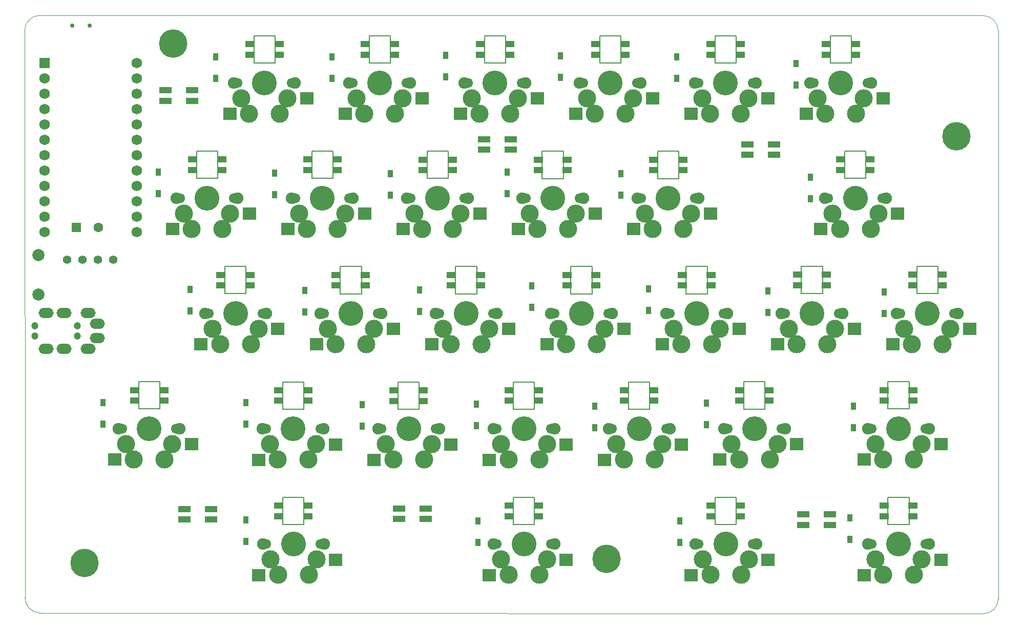
<source format=gbs>
G04 #@! TF.GenerationSoftware,KiCad,Pcbnew,(6.0.7)*
G04 #@! TF.CreationDate,2022-08-16T06:35:40+00:00*
G04 #@! TF.ProjectId,zzsplit-right,7a7a7370-6c69-4742-9d72-696768742e6b,rev?*
G04 #@! TF.SameCoordinates,Original*
G04 #@! TF.FileFunction,Soldermask,Bot*
G04 #@! TF.FilePolarity,Negative*
%FSLAX46Y46*%
G04 Gerber Fmt 4.6, Leading zero omitted, Abs format (unit mm)*
G04 Created by KiCad (PCBNEW (6.0.7)) date 2022-08-16 06:35:40*
%MOMM*%
%LPD*%
G01*
G04 APERTURE LIST*
G04 Aperture macros list*
%AMRoundRect*
0 Rectangle with rounded corners*
0 $1 Rounding radius*
0 $2 $3 $4 $5 $6 $7 $8 $9 X,Y pos of 4 corners*
0 Add a 4 corners polygon primitive as box body*
4,1,4,$2,$3,$4,$5,$6,$7,$8,$9,$2,$3,0*
0 Add four circle primitives for the rounded corners*
1,1,$1+$1,$2,$3*
1,1,$1+$1,$4,$5*
1,1,$1+$1,$6,$7*
1,1,$1+$1,$8,$9*
0 Add four rect primitives between the rounded corners*
20,1,$1+$1,$2,$3,$4,$5,0*
20,1,$1+$1,$4,$5,$6,$7,0*
20,1,$1+$1,$6,$7,$8,$9,0*
20,1,$1+$1,$8,$9,$2,$3,0*%
G04 Aperture macros list end*
G04 #@! TA.AperFunction,Profile*
%ADD10C,0.150000*%
G04 #@! TD*
G04 #@! TA.AperFunction,Profile*
%ADD11C,0.100000*%
G04 #@! TD*
%ADD12C,3.000000*%
%ADD13C,1.700000*%
%ADD14C,1.900000*%
%ADD15C,4.100000*%
%ADD16R,1.600000X1.000000*%
%ADD17R,2.300000X2.000000*%
%ADD18R,0.950000X1.300000*%
%ADD19R,2.000000X1.000000*%
%ADD20C,4.700000*%
%ADD21RoundRect,0.250000X-0.550000X-0.550000X0.550000X-0.550000X0.550000X0.550000X-0.550000X0.550000X0*%
%ADD22C,1.600000*%
%ADD23C,2.000000*%
%ADD24C,1.200000*%
%ADD25O,2.500000X1.700000*%
%ADD26C,1.397000*%
%ADD27R,1.752600X1.752600*%
%ADD28C,1.752600*%
%ADD29C,0.700000*%
G04 APERTURE END LIST*
D10*
X130560000Y-126630000D02*
X134060000Y-126630000D01*
X134060000Y-112070000D02*
X130560000Y-112070000D01*
X168670000Y-126640000D02*
X172170000Y-126640000D01*
D11*
X87924000Y-49490000D02*
X87964000Y-143250000D01*
D10*
X129320000Y-50370000D02*
X129320000Y-54870000D01*
X205540000Y-126630000D02*
X205540000Y-131130000D01*
D11*
X246333920Y-145889980D02*
X90464000Y-145750000D01*
D10*
X173460000Y-69460000D02*
X176960000Y-69460000D01*
X119820000Y-73940000D02*
X116320000Y-73940000D01*
X210290000Y-112060000D02*
X206790000Y-112060000D01*
X167410000Y-54890000D02*
X163910000Y-54890000D01*
X172170000Y-112070000D02*
X168670000Y-112070000D01*
X192520000Y-73960000D02*
X192520000Y-69460000D01*
X106750000Y-112050000D02*
X106750000Y-107550000D01*
X172170000Y-131140000D02*
X168670000Y-131140000D01*
X205520000Y-50390000D02*
X205520000Y-54890000D01*
X168670000Y-107570000D02*
X172170000Y-107570000D01*
X172170000Y-126640000D02*
X172170000Y-131140000D01*
X196020000Y-73960000D02*
X192520000Y-73960000D01*
X181690000Y-88510000D02*
X181690000Y-93010000D01*
X153130000Y-107580000D02*
X153130000Y-112080000D01*
X202020000Y-54890000D02*
X202020000Y-50390000D01*
X124520000Y-93000000D02*
X121020000Y-93000000D01*
X178190000Y-93010000D02*
X178190000Y-88510000D01*
D11*
X90424000Y-46990000D02*
G75*
G03*
X87924000Y-49490000I0J-2500000D01*
G01*
D10*
X219800000Y-92990000D02*
X216300000Y-92990000D01*
X202020000Y-50390000D02*
X205520000Y-50390000D01*
X134060000Y-107570000D02*
X134060000Y-112070000D01*
X130560000Y-107570000D02*
X134060000Y-107570000D01*
X149630000Y-107580000D02*
X153130000Y-107580000D01*
X226950000Y-73910000D02*
X223450000Y-73910000D01*
D11*
X246333920Y-145889980D02*
G75*
G03*
X248854000Y-143380000I10080J2509980D01*
G01*
D10*
X202040000Y-131130000D02*
X202040000Y-126630000D01*
X234110000Y-126630000D02*
X234110000Y-131130000D01*
X221060000Y-50370000D02*
X224560000Y-50370000D01*
X235370000Y-92980000D02*
X235370000Y-88480000D01*
X143580000Y-93010000D02*
X140080000Y-93010000D01*
D11*
X248824019Y-49520000D02*
X248854000Y-143380000D01*
D10*
X138870000Y-69440000D02*
X138870000Y-73940000D01*
X238870000Y-88480000D02*
X238870000Y-92980000D01*
X202040000Y-126630000D02*
X205540000Y-126630000D01*
X138870000Y-73940000D02*
X135370000Y-73940000D01*
X124520000Y-88500000D02*
X124520000Y-93000000D01*
X230610000Y-126630000D02*
X234110000Y-126630000D01*
X129320000Y-54870000D02*
X125820000Y-54870000D01*
X197240000Y-88510000D02*
X200740000Y-88510000D01*
X238870000Y-92980000D02*
X235370000Y-92980000D01*
X230600000Y-107550000D02*
X234100000Y-107550000D01*
X162630000Y-93010000D02*
X159130000Y-93010000D01*
X182960000Y-54890000D02*
X182960000Y-50390000D01*
X187730000Y-112070000D02*
X187730000Y-107570000D01*
X192520000Y-69460000D02*
X196020000Y-69460000D01*
X157920000Y-73950000D02*
X154420000Y-73950000D01*
X140080000Y-88510000D02*
X143580000Y-88510000D01*
X224560000Y-54870000D02*
X221060000Y-54870000D01*
X186460000Y-54890000D02*
X182960000Y-54890000D01*
X178190000Y-88510000D02*
X181690000Y-88510000D01*
X216300000Y-92990000D02*
X216300000Y-88490000D01*
X163910000Y-50390000D02*
X167410000Y-50390000D01*
X230610000Y-131130000D02*
X230610000Y-126630000D01*
X154420000Y-69450000D02*
X157920000Y-69450000D01*
X168670000Y-131140000D02*
X168670000Y-126640000D01*
X210290000Y-107560000D02*
X210290000Y-112060000D01*
X140080000Y-93010000D02*
X140080000Y-88510000D01*
X121020000Y-93000000D02*
X121020000Y-88500000D01*
X172170000Y-107570000D02*
X172170000Y-112070000D01*
X167410000Y-50390000D02*
X167410000Y-54890000D01*
X168670000Y-112070000D02*
X168670000Y-107570000D01*
X134060000Y-131130000D02*
X130560000Y-131130000D01*
X121020000Y-88500000D02*
X124520000Y-88500000D01*
X159130000Y-93010000D02*
X159130000Y-88510000D01*
X119820000Y-69440000D02*
X119820000Y-73940000D01*
X159130000Y-88510000D02*
X162630000Y-88510000D01*
X234110000Y-131130000D02*
X230610000Y-131130000D01*
X143580000Y-88510000D02*
X143580000Y-93010000D01*
X219800000Y-88490000D02*
X219800000Y-92990000D01*
X191230000Y-107570000D02*
X191230000Y-112070000D01*
X116320000Y-73940000D02*
X116320000Y-69440000D01*
X110250000Y-112050000D02*
X106750000Y-112050000D01*
X144860000Y-50390000D02*
X148360000Y-50390000D01*
X224560000Y-50370000D02*
X224560000Y-54870000D01*
X176960000Y-73960000D02*
X173460000Y-73960000D01*
X197240000Y-93010000D02*
X197240000Y-88510000D01*
D11*
X87964000Y-143250000D02*
G75*
G03*
X90464000Y-145750000I2500000J0D01*
G01*
D10*
X148360000Y-50390000D02*
X148360000Y-54890000D01*
X226950000Y-69410000D02*
X226950000Y-73910000D01*
X130560000Y-112070000D02*
X130560000Y-107570000D01*
X223450000Y-73910000D02*
X223450000Y-69410000D01*
X106750000Y-107550000D02*
X110250000Y-107550000D01*
X135370000Y-73940000D02*
X135370000Y-69440000D01*
X176960000Y-69460000D02*
X176960000Y-73960000D01*
X205540000Y-131130000D02*
X202040000Y-131130000D01*
X116320000Y-69440000D02*
X119820000Y-69440000D01*
X200740000Y-88510000D02*
X200740000Y-93010000D01*
X196020000Y-69460000D02*
X196020000Y-73960000D01*
X206790000Y-112060000D02*
X206790000Y-107560000D01*
X234100000Y-112050000D02*
X230600000Y-112050000D01*
X181690000Y-93010000D02*
X178190000Y-93010000D01*
X191230000Y-112070000D02*
X187730000Y-112070000D01*
X187730000Y-107570000D02*
X191230000Y-107570000D01*
X200740000Y-93010000D02*
X197240000Y-93010000D01*
X235370000Y-88480000D02*
X238870000Y-88480000D01*
X148360000Y-54890000D02*
X144860000Y-54890000D01*
X134060000Y-126630000D02*
X134060000Y-131130000D01*
X153130000Y-112080000D02*
X149630000Y-112080000D01*
X154420000Y-73950000D02*
X154420000Y-69450000D01*
X162630000Y-88510000D02*
X162630000Y-93010000D01*
X221060000Y-54870000D02*
X221060000Y-50370000D01*
X186460000Y-50390000D02*
X186460000Y-54890000D01*
X110250000Y-107550000D02*
X110250000Y-112050000D01*
X206790000Y-107560000D02*
X210290000Y-107560000D01*
X135370000Y-69440000D02*
X138870000Y-69440000D01*
X163910000Y-54890000D02*
X163910000Y-50390000D01*
X125820000Y-50370000D02*
X129320000Y-50370000D01*
X149630000Y-112080000D02*
X149630000Y-107580000D01*
X157920000Y-69450000D02*
X157920000Y-73950000D01*
D11*
X248824019Y-49520000D02*
G75*
G03*
X246334000Y-47020001I-2500019J0D01*
G01*
D10*
X234100000Y-107550000D02*
X234100000Y-112050000D01*
X230600000Y-112050000D02*
X230600000Y-107550000D01*
X173460000Y-73960000D02*
X173460000Y-69460000D01*
X144860000Y-54890000D02*
X144860000Y-50390000D01*
X130560000Y-131130000D02*
X130560000Y-126630000D01*
X223450000Y-69410000D02*
X226950000Y-69410000D01*
X182960000Y-50390000D02*
X186460000Y-50390000D01*
D11*
X90424000Y-46990000D02*
X246334000Y-47020001D01*
D10*
X125820000Y-54870000D02*
X125820000Y-50370000D01*
X205520000Y-54890000D02*
X202020000Y-54890000D01*
X216300000Y-88490000D02*
X219800000Y-88490000D01*
D12*
X188520000Y-60680000D03*
D13*
X180210000Y-58140000D03*
D14*
X189790000Y-58140000D03*
D13*
X189210000Y-58140000D03*
D12*
X182170000Y-63220000D03*
X187250000Y-63220000D03*
X180900000Y-60680001D03*
D14*
X179630000Y-58140000D03*
D15*
X184710000Y-58140000D03*
D16*
X187110000Y-53515000D03*
X187110000Y-51765000D03*
X182310000Y-51765000D03*
X182310000Y-53515000D03*
D17*
X191710000Y-60720000D03*
X179010000Y-63260000D03*
D13*
X161160000Y-58140000D03*
D12*
X161850000Y-60680001D03*
D13*
X170160000Y-58140000D03*
D14*
X160580000Y-58140000D03*
D12*
X169470000Y-60680000D03*
D14*
X170740000Y-58140000D03*
D15*
X165660000Y-58140000D03*
D12*
X168200000Y-63220000D03*
X163120000Y-63220000D03*
D16*
X168060000Y-53515000D03*
X168060000Y-51765000D03*
X163260000Y-51765000D03*
X163260000Y-53515000D03*
D17*
X172660000Y-60720000D03*
X159960000Y-63260000D03*
D14*
X189190000Y-77210000D03*
D12*
X190460000Y-79750001D03*
D15*
X194270000Y-77210000D03*
D13*
X198770000Y-77210000D03*
D12*
X198080000Y-79750000D03*
D13*
X189770000Y-77210000D03*
D12*
X191730000Y-82290000D03*
X196810000Y-82290000D03*
D14*
X199350000Y-77210000D03*
D16*
X196670000Y-72585000D03*
X196670000Y-70835000D03*
X191870000Y-70835000D03*
X191870000Y-72585000D03*
D17*
X201270000Y-79790000D03*
X188570000Y-82330000D03*
D18*
X176500000Y-57235000D03*
X176500000Y-53685000D03*
X217830000Y-77325000D03*
X217830000Y-73775000D03*
D14*
X123150000Y-77190000D03*
D12*
X120610000Y-82270000D03*
D13*
X113570000Y-77190000D03*
D15*
X118070000Y-77190000D03*
D12*
X121880000Y-79730000D03*
D14*
X112990000Y-77190000D03*
D13*
X122570000Y-77190000D03*
D12*
X115530000Y-82270000D03*
X114260000Y-79730001D03*
D16*
X120470000Y-72565000D03*
X120470000Y-70815000D03*
X115670000Y-70815000D03*
X115670000Y-72565000D03*
D17*
X125070000Y-79770000D03*
X112370000Y-82310000D03*
D18*
X100838000Y-114551000D03*
X100838000Y-111001000D03*
D19*
X163830000Y-69185000D03*
X163830000Y-67435000D03*
X168230000Y-67435000D03*
X168230000Y-69185000D03*
D18*
X167640000Y-76451000D03*
X167640000Y-72901000D03*
X124460000Y-133915000D03*
X124460000Y-130365000D03*
X129210000Y-76630000D03*
X129210000Y-73080000D03*
D12*
X166610000Y-117860001D03*
D14*
X175500000Y-115320000D03*
D12*
X167880000Y-120400000D03*
D15*
X170420000Y-115320000D03*
D14*
X165340000Y-115320000D03*
D12*
X172960000Y-120400000D03*
D13*
X174920000Y-115320000D03*
D12*
X174230000Y-117860000D03*
D13*
X165920000Y-115320000D03*
D16*
X172820000Y-110695000D03*
X172820000Y-108945000D03*
X168020000Y-108945000D03*
X168020000Y-110695000D03*
D17*
X177420000Y-117900000D03*
X164720000Y-120440000D03*
D12*
X240930000Y-98770000D03*
D15*
X237120000Y-96230000D03*
D13*
X241620000Y-96230000D03*
D12*
X234580000Y-101310000D03*
X239660000Y-101310000D03*
D14*
X232040000Y-96230000D03*
X242200000Y-96230000D03*
D13*
X232620000Y-96230000D03*
D12*
X233310000Y-98770001D03*
D16*
X239520000Y-91605000D03*
X239520000Y-89855000D03*
X234720000Y-89855000D03*
X234720000Y-91605000D03*
D17*
X244120000Y-98810000D03*
X231420000Y-101350000D03*
D14*
X208870000Y-134380000D03*
D12*
X201250000Y-139460000D03*
D13*
X199290000Y-134380000D03*
D12*
X199980000Y-136920001D03*
X206330000Y-139460000D03*
D13*
X208290000Y-134380000D03*
D14*
X198710000Y-134380000D03*
D12*
X207600000Y-136920000D03*
D15*
X203790000Y-134380000D03*
D16*
X206190000Y-129755000D03*
X206190000Y-128005000D03*
X201390000Y-128005000D03*
X201390000Y-129755000D03*
D17*
X210790000Y-136960000D03*
X198090000Y-139500000D03*
D12*
X139660000Y-82270000D03*
X140930000Y-79730000D03*
X134580000Y-82270000D03*
X133310000Y-79730001D03*
D15*
X137120000Y-77190000D03*
D13*
X141620000Y-77190000D03*
D14*
X142200000Y-77190000D03*
X132040000Y-77190000D03*
D13*
X132620000Y-77190000D03*
D16*
X139520000Y-72565000D03*
X139520000Y-70815000D03*
X134720000Y-70815000D03*
X134720000Y-72565000D03*
D17*
X144120000Y-79770000D03*
X131420000Y-82310000D03*
D19*
X207380000Y-70055000D03*
X207380000Y-68305000D03*
X211780000Y-68305000D03*
X211780000Y-70055000D03*
D20*
X97780000Y-137480000D03*
D14*
X212970000Y-96240000D03*
D15*
X218050000Y-96240000D03*
D12*
X214240000Y-98780001D03*
X215510000Y-101320000D03*
X221860000Y-98780000D03*
D14*
X223130000Y-96240000D03*
D13*
X222550000Y-96240000D03*
X213550000Y-96240000D03*
D12*
X220590000Y-101320000D03*
D16*
X220450000Y-91615000D03*
X220450000Y-89865000D03*
X215650000Y-89865000D03*
X215650000Y-91615000D03*
D17*
X225050000Y-98820000D03*
X212350000Y-101360000D03*
D21*
X96476000Y-82042000D03*
D22*
X100076000Y-82042000D03*
D14*
X165960000Y-96260000D03*
D12*
X158340000Y-101340000D03*
X164690000Y-98800000D03*
D13*
X165380000Y-96260000D03*
D12*
X163420000Y-101340000D03*
X157070000Y-98800001D03*
D13*
X156380000Y-96260000D03*
D14*
X155800000Y-96260000D03*
D15*
X160880000Y-96260000D03*
D16*
X163280000Y-91635000D03*
X163280000Y-89885000D03*
X158480000Y-89885000D03*
X158480000Y-91635000D03*
D17*
X167880000Y-98840000D03*
X155180000Y-101380000D03*
D18*
X138684000Y-57401000D03*
X138684000Y-53851000D03*
D20*
X112460000Y-51670000D03*
D14*
X122490000Y-58130000D03*
X132650000Y-58130000D03*
D12*
X123760000Y-60670001D03*
X130110000Y-63210000D03*
X131380000Y-60670000D03*
D13*
X132070000Y-58130000D03*
D12*
X125030000Y-63210000D03*
D13*
X123070000Y-58130000D03*
D15*
X127570000Y-58130000D03*
D16*
X129970000Y-53505000D03*
X129970000Y-51755000D03*
X125170000Y-51755000D03*
X125170000Y-53505000D03*
D17*
X134570000Y-60710000D03*
X121870000Y-63250000D03*
D18*
X157480000Y-57147000D03*
X157480000Y-53597000D03*
D14*
X165340000Y-134390000D03*
D15*
X170420000Y-134390000D03*
D12*
X166610000Y-136930001D03*
X174230000Y-136930000D03*
D14*
X175500000Y-134390000D03*
D12*
X172960000Y-139470000D03*
X167880000Y-139470000D03*
D13*
X165920000Y-134390000D03*
X174920000Y-134390000D03*
D16*
X172820000Y-129765000D03*
X172820000Y-128015000D03*
X168020000Y-128015000D03*
X168020000Y-129765000D03*
D17*
X177420000Y-136970000D03*
X164720000Y-139510000D03*
D18*
X115220000Y-95845000D03*
X115220000Y-92295000D03*
D23*
X90170000Y-93120000D03*
X90170000Y-86620000D03*
D18*
X215460000Y-58475000D03*
X215460000Y-54925000D03*
D12*
X150420000Y-60680000D03*
D15*
X146610000Y-58140000D03*
D12*
X144070000Y-63220000D03*
D14*
X151690000Y-58140000D03*
D13*
X151110000Y-58140000D03*
X142110000Y-58140000D03*
D12*
X149150000Y-63220000D03*
D14*
X141530000Y-58140000D03*
D12*
X142800000Y-60680001D03*
D16*
X149010000Y-53515000D03*
X149010000Y-51765000D03*
X144210000Y-51765000D03*
X144210000Y-53515000D03*
D17*
X153610000Y-60720000D03*
X140910000Y-63260000D03*
D15*
X122770000Y-96250000D03*
D14*
X117690000Y-96250000D03*
D12*
X125310000Y-101330000D03*
X126580000Y-98790000D03*
D13*
X127270000Y-96250000D03*
D12*
X120230000Y-101330000D03*
D14*
X127850000Y-96250000D03*
D12*
X118960000Y-98790001D03*
D13*
X118270000Y-96250000D03*
D16*
X125170000Y-91625000D03*
X125170000Y-89875000D03*
X120370000Y-89875000D03*
X120370000Y-91625000D03*
D17*
X129770000Y-98830000D03*
X117070000Y-101370000D03*
D14*
X137400000Y-134390000D03*
D15*
X132320000Y-134390000D03*
D13*
X136820000Y-134390000D03*
D12*
X134860000Y-139470000D03*
X128510000Y-136930001D03*
X136130000Y-136930000D03*
X129780000Y-139470000D03*
D14*
X127240000Y-134390000D03*
D13*
X127820000Y-134390000D03*
D16*
X134720000Y-129765000D03*
X134720000Y-128015000D03*
X129920000Y-128015000D03*
X129920000Y-129765000D03*
D17*
X139320000Y-136970000D03*
X126620000Y-139510000D03*
D18*
X224282000Y-133601000D03*
X224282000Y-130051000D03*
D12*
X228550000Y-136920001D03*
D13*
X227860000Y-134380000D03*
D12*
X236170000Y-136920000D03*
X234900000Y-139460000D03*
D14*
X227280000Y-134380000D03*
D13*
X236860000Y-134380000D03*
D12*
X229820000Y-139460000D03*
D14*
X237440000Y-134380000D03*
D15*
X232360000Y-134380000D03*
D16*
X234760000Y-129755000D03*
X234760000Y-128005000D03*
X229960000Y-128005000D03*
X229960000Y-129755000D03*
D17*
X239360000Y-136960000D03*
X226660000Y-139500000D03*
D12*
X195180000Y-98800001D03*
D13*
X194490000Y-96260000D03*
D15*
X198990000Y-96260000D03*
D14*
X193910000Y-96260000D03*
X204070000Y-96260000D03*
D12*
X201530000Y-101340000D03*
X196450000Y-101340000D03*
X202800000Y-98800000D03*
D13*
X203490000Y-96260000D03*
D16*
X201390000Y-91635000D03*
X201390000Y-89885000D03*
X196590000Y-89885000D03*
X196590000Y-91635000D03*
D17*
X205990000Y-98840000D03*
X193290000Y-101380000D03*
D13*
X113000000Y-115300000D03*
D14*
X103420000Y-115300000D03*
D12*
X112310000Y-117840000D03*
D15*
X108500000Y-115300000D03*
D12*
X111040000Y-120380000D03*
X104690000Y-117840001D03*
D14*
X113580000Y-115300000D03*
D12*
X105960000Y-120380000D03*
D13*
X104000000Y-115300000D03*
D16*
X110900000Y-110675000D03*
X110900000Y-108925000D03*
X106100000Y-108925000D03*
X106100000Y-110675000D03*
D17*
X115500000Y-117880000D03*
X102800000Y-120420000D03*
D18*
X119530000Y-57415000D03*
X119530000Y-53865000D03*
X186436000Y-76705000D03*
X186436000Y-73155000D03*
D24*
X89630000Y-100015000D03*
X96630000Y-100015000D03*
X89630000Y-98265000D03*
X96630000Y-98265000D03*
D25*
X98430000Y-96165000D03*
X98430000Y-102115000D03*
X94430000Y-96165000D03*
X94430000Y-102115000D03*
X91430000Y-102115000D03*
X91430000Y-96165000D03*
X99930000Y-100365000D03*
X99930000Y-97915000D03*
D14*
X127230000Y-115320000D03*
D12*
X128500000Y-117860001D03*
D13*
X136810000Y-115320000D03*
D14*
X137390000Y-115320000D03*
D12*
X136120000Y-117860000D03*
D15*
X132310000Y-115320000D03*
D12*
X129770000Y-120400000D03*
X134850000Y-120400000D03*
D13*
X127810000Y-115320000D03*
D16*
X134710000Y-110695000D03*
X134710000Y-108945000D03*
X129910000Y-108945000D03*
X129910000Y-110695000D03*
D17*
X139310000Y-117900000D03*
X126610000Y-120440000D03*
D18*
X210770000Y-96055000D03*
X210770000Y-92505000D03*
D12*
X155190000Y-117870000D03*
X153920000Y-120410000D03*
D13*
X155880000Y-115330000D03*
D15*
X151380000Y-115330000D03*
D12*
X148840000Y-120410000D03*
D14*
X146300000Y-115330000D03*
D12*
X147570000Y-117870001D03*
D14*
X156460000Y-115330000D03*
D13*
X146880000Y-115330000D03*
D16*
X153780000Y-110705000D03*
X153780000Y-108955000D03*
X148980000Y-108955000D03*
X148980000Y-110705000D03*
D17*
X158380000Y-117910000D03*
X145680000Y-120450000D03*
D15*
X208540000Y-115310000D03*
D14*
X213620000Y-115310000D03*
D13*
X213040000Y-115310000D03*
D12*
X212350000Y-117850000D03*
D14*
X203460000Y-115310000D03*
D12*
X211080000Y-120390000D03*
D13*
X204040000Y-115310000D03*
D12*
X204730000Y-117850001D03*
X206000000Y-120390000D03*
D16*
X210940000Y-110685000D03*
X210940000Y-108935000D03*
X206140000Y-108935000D03*
X206140000Y-110685000D03*
D17*
X215540000Y-117890000D03*
X202840000Y-120430000D03*
D12*
X221390000Y-79710001D03*
D13*
X229700000Y-77170000D03*
D14*
X220120000Y-77170000D03*
D12*
X229010000Y-79710000D03*
X222660000Y-82250000D03*
X227740000Y-82250000D03*
D13*
X220700000Y-77170000D03*
D15*
X225200000Y-77170000D03*
D14*
X230280000Y-77170000D03*
D16*
X227600000Y-72545000D03*
X227600000Y-70795000D03*
X222800000Y-70795000D03*
X222800000Y-72545000D03*
D17*
X232200000Y-79750000D03*
X219500000Y-82290000D03*
D19*
X216580000Y-131235000D03*
X216580000Y-129485000D03*
X220980000Y-129485000D03*
X220980000Y-131235000D03*
D18*
X153160000Y-95895000D03*
X153160000Y-92345000D03*
X109982000Y-76451000D03*
X109982000Y-72901000D03*
D13*
X227310000Y-58130000D03*
D12*
X226620000Y-60670000D03*
X220270000Y-63210000D03*
D15*
X222810000Y-58130000D03*
D14*
X227890000Y-58130000D03*
X217730000Y-58130000D03*
D12*
X225350000Y-63210000D03*
X219000000Y-60670001D03*
D13*
X218310000Y-58130000D03*
D16*
X225210000Y-53505000D03*
X225210000Y-51755000D03*
X220410000Y-51755000D03*
X220410000Y-53505000D03*
D17*
X229810000Y-60710000D03*
X217110000Y-63250000D03*
D18*
X196200000Y-134135000D03*
X196200000Y-130585000D03*
D26*
X94930000Y-87390000D03*
X97470000Y-87390000D03*
X100010000Y-87390000D03*
X102550000Y-87390000D03*
D18*
X229940000Y-96255000D03*
X229940000Y-92705000D03*
X182170000Y-115175000D03*
X182170000Y-111625000D03*
X191008000Y-95755000D03*
X191008000Y-92205000D03*
D20*
X184120000Y-136850000D03*
D14*
X208850000Y-58140000D03*
D12*
X206310000Y-63220000D03*
D13*
X199270000Y-58140000D03*
X208270000Y-58140000D03*
D12*
X199960000Y-60680001D03*
X201230000Y-63220000D03*
D15*
X203770000Y-58140000D03*
D12*
X207580000Y-60680000D03*
D14*
X198690000Y-58140000D03*
D16*
X206170000Y-53515000D03*
X206170000Y-51765000D03*
X201370000Y-51765000D03*
X201370000Y-53515000D03*
D17*
X210770000Y-60720000D03*
X198070000Y-63260000D03*
D14*
X180290000Y-77210000D03*
D12*
X171400000Y-79750001D03*
X172670000Y-82290000D03*
D13*
X170710000Y-77210000D03*
D15*
X175210000Y-77210000D03*
D13*
X179710000Y-77210000D03*
D14*
X170130000Y-77210000D03*
D12*
X177750000Y-82290000D03*
X179020000Y-79750000D03*
D16*
X177610000Y-72585000D03*
X177610000Y-70835000D03*
X172810000Y-70835000D03*
X172810000Y-72585000D03*
D17*
X182210000Y-79790000D03*
X169510000Y-82330000D03*
D19*
X149820000Y-130245000D03*
X149820000Y-128495000D03*
X154220000Y-128495000D03*
X154220000Y-130245000D03*
D18*
X195720000Y-57375000D03*
X195720000Y-53825000D03*
X162560000Y-114805000D03*
X162560000Y-111255000D03*
X171710000Y-95245000D03*
X171710000Y-91695000D03*
D27*
X91186000Y-54864000D03*
D28*
X91186000Y-57404000D03*
X91186000Y-59944000D03*
X91186000Y-62484000D03*
X91186000Y-65024000D03*
X91186000Y-67564000D03*
X91186000Y-70104000D03*
X91186000Y-72644000D03*
X91186000Y-75184000D03*
X91186000Y-77724000D03*
X91186000Y-80264000D03*
X91186000Y-82804000D03*
X106426000Y-82804000D03*
X106426000Y-80264000D03*
X106426000Y-77724000D03*
X106426000Y-75184000D03*
X106426000Y-72644000D03*
X106426000Y-70104000D03*
X106426000Y-67564000D03*
X106426000Y-65024000D03*
X106426000Y-62484000D03*
X106426000Y-59944000D03*
X106426000Y-57404000D03*
X106426000Y-54864000D03*
D19*
X114320000Y-130315000D03*
X114320000Y-128565000D03*
X118720000Y-128565000D03*
X118720000Y-130315000D03*
D13*
X137330000Y-96260000D03*
D12*
X144370000Y-101340000D03*
D14*
X146910000Y-96260000D03*
D12*
X138020000Y-98800001D03*
D15*
X141830000Y-96260000D03*
D12*
X145640000Y-98800000D03*
D13*
X146330000Y-96260000D03*
D14*
X136750000Y-96260000D03*
D12*
X139290000Y-101340000D03*
D16*
X144230000Y-91635000D03*
X144230000Y-89885000D03*
X139430000Y-89885000D03*
X139430000Y-91635000D03*
D17*
X148830000Y-98840000D03*
X136130000Y-101380000D03*
D19*
X111230000Y-61085000D03*
X111230000Y-59335000D03*
X115630000Y-59335000D03*
X115630000Y-61085000D03*
D18*
X148340000Y-76695000D03*
X148340000Y-73145000D03*
D12*
X186940000Y-120400000D03*
D13*
X184980000Y-115320000D03*
D12*
X192020000Y-120400000D03*
D14*
X184400000Y-115320000D03*
X194560000Y-115320000D03*
D12*
X193290000Y-117860000D03*
X185670000Y-117860001D03*
D13*
X193980000Y-115320000D03*
D15*
X189480000Y-115320000D03*
D16*
X191880000Y-110695000D03*
X191880000Y-108945000D03*
X187080000Y-108945000D03*
X187080000Y-110695000D03*
D17*
X196480000Y-117900000D03*
X183780000Y-120440000D03*
D13*
X227850000Y-115300000D03*
X236850000Y-115300000D03*
D12*
X234890000Y-120380000D03*
D15*
X232350000Y-115300000D03*
D12*
X229810000Y-120380000D03*
D14*
X227270000Y-115300000D03*
X237430000Y-115300000D03*
D12*
X236160000Y-117840000D03*
X228540000Y-117840001D03*
D16*
X234750000Y-110675000D03*
X234750000Y-108925000D03*
X229950000Y-108925000D03*
X229950000Y-110675000D03*
D17*
X239350000Y-117880000D03*
X226650000Y-120420000D03*
D29*
X98690000Y-48657500D03*
X95790000Y-48657500D03*
D18*
X124460000Y-114551000D03*
X124460000Y-111001000D03*
X134190000Y-95985000D03*
X134190000Y-92435000D03*
X200630000Y-114595000D03*
X200630000Y-111045000D03*
D12*
X159980000Y-79740000D03*
D14*
X161250000Y-77200000D03*
D12*
X158710000Y-82280000D03*
X153630000Y-82280000D03*
D13*
X151670000Y-77200000D03*
X160670000Y-77200000D03*
D12*
X152360000Y-79740001D03*
D15*
X156170000Y-77200000D03*
D14*
X151090000Y-77200000D03*
D16*
X158570000Y-72575000D03*
X158570000Y-70825000D03*
X153770000Y-70825000D03*
X153770000Y-72575000D03*
D17*
X163170000Y-79780000D03*
X150470000Y-82320000D03*
D18*
X143740000Y-114905000D03*
X143740000Y-111355000D03*
X224910000Y-115105000D03*
X224910000Y-111555000D03*
X162840000Y-134135000D03*
X162840000Y-130585000D03*
D15*
X179940000Y-96260000D03*
D12*
X182480000Y-101340000D03*
D13*
X184440000Y-96260000D03*
D12*
X183750000Y-98800000D03*
D14*
X185020000Y-96260000D03*
D12*
X177400000Y-101340000D03*
D13*
X175440000Y-96260000D03*
D12*
X176130000Y-98800001D03*
D14*
X174860000Y-96260000D03*
D16*
X182340000Y-91635000D03*
X182340000Y-89885000D03*
X177540000Y-89885000D03*
X177540000Y-91635000D03*
D17*
X186940000Y-98840000D03*
X174240000Y-101380000D03*
D20*
X241960000Y-66950000D03*
M02*

</source>
